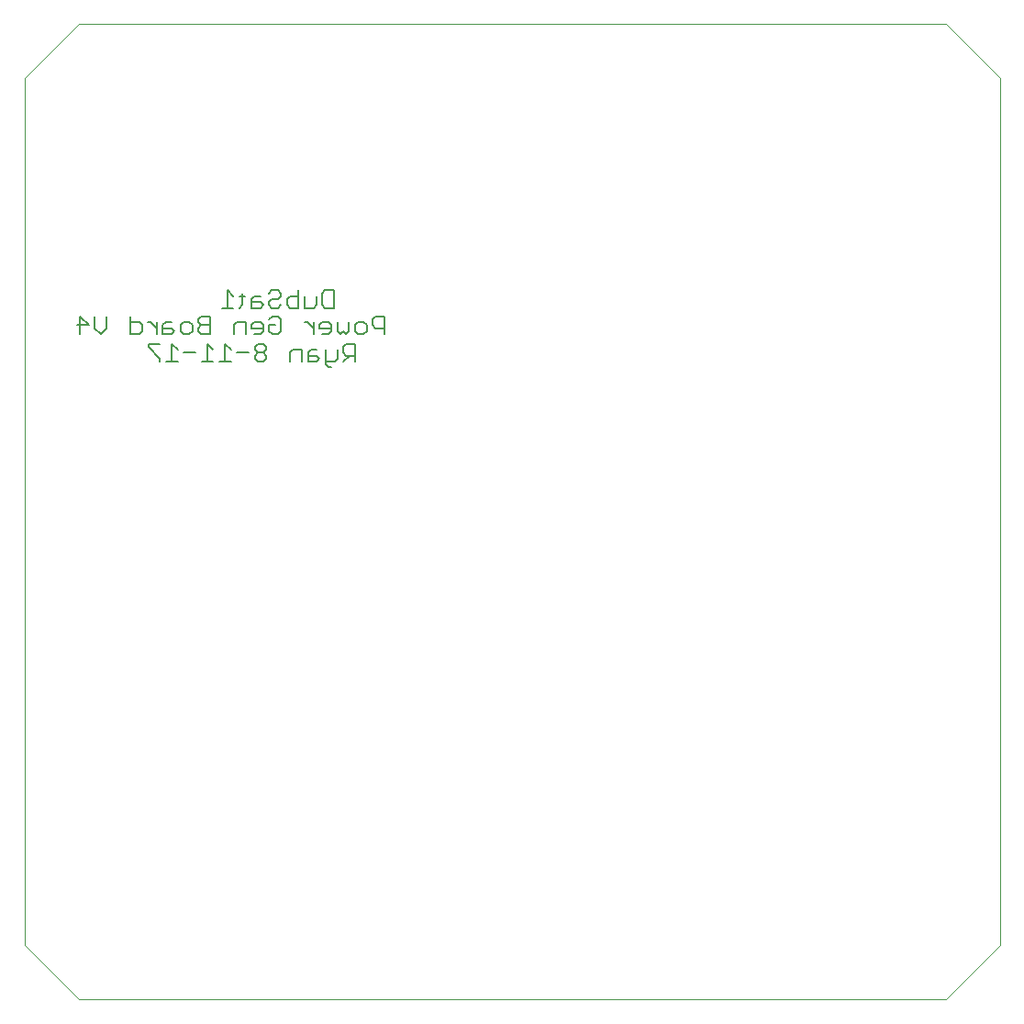
<source format=gbo>
G75*
%MOIN*%
%OFA0B0*%
%FSLAX25Y25*%
%IPPOS*%
%LPD*%
%AMOC8*
5,1,8,0,0,1.08239X$1,22.5*
%
%ADD10C,0.00600*%
%ADD11C,0.00000*%
D10*
X0112324Y0239454D02*
X0113392Y0239454D01*
X0112324Y0239454D02*
X0111257Y0240521D01*
X0111257Y0245859D01*
X0108014Y0245859D02*
X0105879Y0245859D01*
X0104811Y0244791D01*
X0104811Y0241589D01*
X0108014Y0241589D01*
X0109081Y0242656D01*
X0108014Y0243724D01*
X0104811Y0243724D01*
X0102636Y0245859D02*
X0099433Y0245859D01*
X0098366Y0244791D01*
X0098366Y0241589D01*
X0102636Y0241589D02*
X0102636Y0245859D01*
X0106820Y0251628D02*
X0106820Y0255898D01*
X0106820Y0253763D02*
X0104685Y0255898D01*
X0103618Y0255898D01*
X0103579Y0261077D02*
X0103579Y0265347D01*
X0101404Y0265347D02*
X0098202Y0265347D01*
X0097134Y0264280D01*
X0097134Y0262144D01*
X0098202Y0261077D01*
X0101404Y0261077D01*
X0101404Y0267482D01*
X0094959Y0266415D02*
X0094959Y0265347D01*
X0093891Y0264280D01*
X0091756Y0264280D01*
X0090688Y0263212D01*
X0090688Y0262144D01*
X0091756Y0261077D01*
X0093891Y0261077D01*
X0094959Y0262144D01*
X0093936Y0258034D02*
X0091801Y0258034D01*
X0090733Y0256966D01*
X0090733Y0254831D02*
X0092868Y0254831D01*
X0090733Y0254831D02*
X0090733Y0252696D01*
X0091801Y0251628D01*
X0093936Y0251628D01*
X0095004Y0252696D01*
X0095004Y0256966D01*
X0093936Y0258034D01*
X0088558Y0254831D02*
X0087491Y0255898D01*
X0085355Y0255898D01*
X0084288Y0254831D01*
X0084288Y0253763D01*
X0088558Y0253763D01*
X0088558Y0252696D02*
X0088558Y0254831D01*
X0088558Y0252696D02*
X0087491Y0251628D01*
X0085355Y0251628D01*
X0082113Y0251628D02*
X0082113Y0255898D01*
X0078910Y0255898D01*
X0077842Y0254831D01*
X0077842Y0251628D01*
X0074719Y0247994D02*
X0074719Y0241589D01*
X0076854Y0241589D02*
X0072584Y0241589D01*
X0070408Y0241589D02*
X0066138Y0241589D01*
X0068273Y0241589D02*
X0068273Y0247994D01*
X0070408Y0245859D01*
X0074719Y0247994D02*
X0076854Y0245859D01*
X0079029Y0244791D02*
X0083299Y0244791D01*
X0085475Y0243724D02*
X0085475Y0242656D01*
X0086542Y0241589D01*
X0088677Y0241589D01*
X0089745Y0242656D01*
X0089745Y0243724D01*
X0088677Y0244791D01*
X0086542Y0244791D01*
X0085475Y0243724D01*
X0086542Y0244791D02*
X0085475Y0245859D01*
X0085475Y0246927D01*
X0086542Y0247994D01*
X0088677Y0247994D01*
X0089745Y0246927D01*
X0089745Y0245859D01*
X0088677Y0244791D01*
X0087446Y0261077D02*
X0084243Y0261077D01*
X0084243Y0264280D01*
X0085311Y0265347D01*
X0087446Y0265347D01*
X0087446Y0263212D02*
X0084243Y0263212D01*
X0082068Y0265347D02*
X0079933Y0265347D01*
X0081000Y0266415D02*
X0081000Y0262144D01*
X0079933Y0261077D01*
X0077771Y0261077D02*
X0073500Y0261077D01*
X0075636Y0261077D02*
X0075636Y0267482D01*
X0077771Y0265347D01*
X0069222Y0258034D02*
X0066019Y0258034D01*
X0064951Y0256966D01*
X0064951Y0255898D01*
X0066019Y0254831D01*
X0069222Y0254831D01*
X0069222Y0251628D02*
X0069222Y0258034D01*
X0066019Y0254831D02*
X0064951Y0253763D01*
X0064951Y0252696D01*
X0066019Y0251628D01*
X0069222Y0251628D01*
X0062776Y0252696D02*
X0061709Y0251628D01*
X0059573Y0251628D01*
X0058506Y0252696D01*
X0058506Y0254831D01*
X0059573Y0255898D01*
X0061709Y0255898D01*
X0062776Y0254831D01*
X0062776Y0252696D01*
X0056331Y0252696D02*
X0055263Y0251628D01*
X0052060Y0251628D01*
X0052060Y0254831D01*
X0053128Y0255898D01*
X0055263Y0255898D01*
X0055263Y0253763D02*
X0052060Y0253763D01*
X0049885Y0253763D02*
X0047750Y0255898D01*
X0046682Y0255898D01*
X0044514Y0254831D02*
X0043446Y0255898D01*
X0040244Y0255898D01*
X0040244Y0258034D02*
X0040244Y0251628D01*
X0043446Y0251628D01*
X0044514Y0252696D01*
X0044514Y0254831D01*
X0049885Y0255898D02*
X0049885Y0251628D01*
X0051072Y0247994D02*
X0046802Y0247994D01*
X0046802Y0246927D01*
X0051072Y0242656D01*
X0051072Y0241589D01*
X0053247Y0241589D02*
X0057517Y0241589D01*
X0055382Y0241589D02*
X0055382Y0247994D01*
X0057517Y0245859D01*
X0059693Y0244791D02*
X0063963Y0244791D01*
X0056331Y0252696D02*
X0055263Y0253763D01*
X0031623Y0253763D02*
X0029488Y0251628D01*
X0027353Y0253763D01*
X0027353Y0258034D01*
X0025177Y0254831D02*
X0020907Y0254831D01*
X0021975Y0251628D02*
X0021975Y0258034D01*
X0025177Y0254831D01*
X0031623Y0253763D02*
X0031623Y0258034D01*
X0087446Y0261077D02*
X0088513Y0262144D01*
X0087446Y0263212D01*
X0090688Y0266415D02*
X0091756Y0267482D01*
X0093891Y0267482D01*
X0094959Y0266415D01*
X0103579Y0261077D02*
X0106782Y0261077D01*
X0107850Y0262144D01*
X0107850Y0265347D01*
X0110025Y0266415D02*
X0111093Y0267482D01*
X0114295Y0267482D01*
X0114295Y0261077D01*
X0111093Y0261077D01*
X0110025Y0262144D01*
X0110025Y0266415D01*
X0110063Y0255898D02*
X0108996Y0254831D01*
X0108996Y0253763D01*
X0113266Y0253763D01*
X0113266Y0252696D02*
X0113266Y0254831D01*
X0112198Y0255898D01*
X0110063Y0255898D01*
X0110063Y0251628D02*
X0112198Y0251628D01*
X0113266Y0252696D01*
X0115441Y0252696D02*
X0116509Y0251628D01*
X0117576Y0252696D01*
X0118644Y0251628D01*
X0119711Y0252696D01*
X0119711Y0255898D01*
X0121887Y0254831D02*
X0122954Y0255898D01*
X0125089Y0255898D01*
X0126157Y0254831D01*
X0126157Y0252696D01*
X0125089Y0251628D01*
X0122954Y0251628D01*
X0121887Y0252696D01*
X0121887Y0254831D01*
X0128332Y0254831D02*
X0128332Y0256966D01*
X0129400Y0258034D01*
X0132602Y0258034D01*
X0132602Y0251628D01*
X0132602Y0253763D02*
X0129400Y0253763D01*
X0128332Y0254831D01*
X0121972Y0247994D02*
X0118770Y0247994D01*
X0117702Y0246927D01*
X0117702Y0244791D01*
X0118770Y0243724D01*
X0121972Y0243724D01*
X0119837Y0243724D02*
X0117702Y0241589D01*
X0115527Y0242656D02*
X0114459Y0241589D01*
X0111257Y0241589D01*
X0115527Y0242656D02*
X0115527Y0245859D01*
X0121972Y0247994D02*
X0121972Y0241589D01*
X0115441Y0252696D02*
X0115441Y0255898D01*
D11*
X0021485Y0009793D02*
X0336446Y0009793D01*
X0356131Y0029478D01*
X0356131Y0344438D01*
X0336446Y0364123D01*
X0021485Y0364123D01*
X0001800Y0344438D01*
X0001800Y0029478D01*
X0021485Y0009793D01*
M02*

</source>
